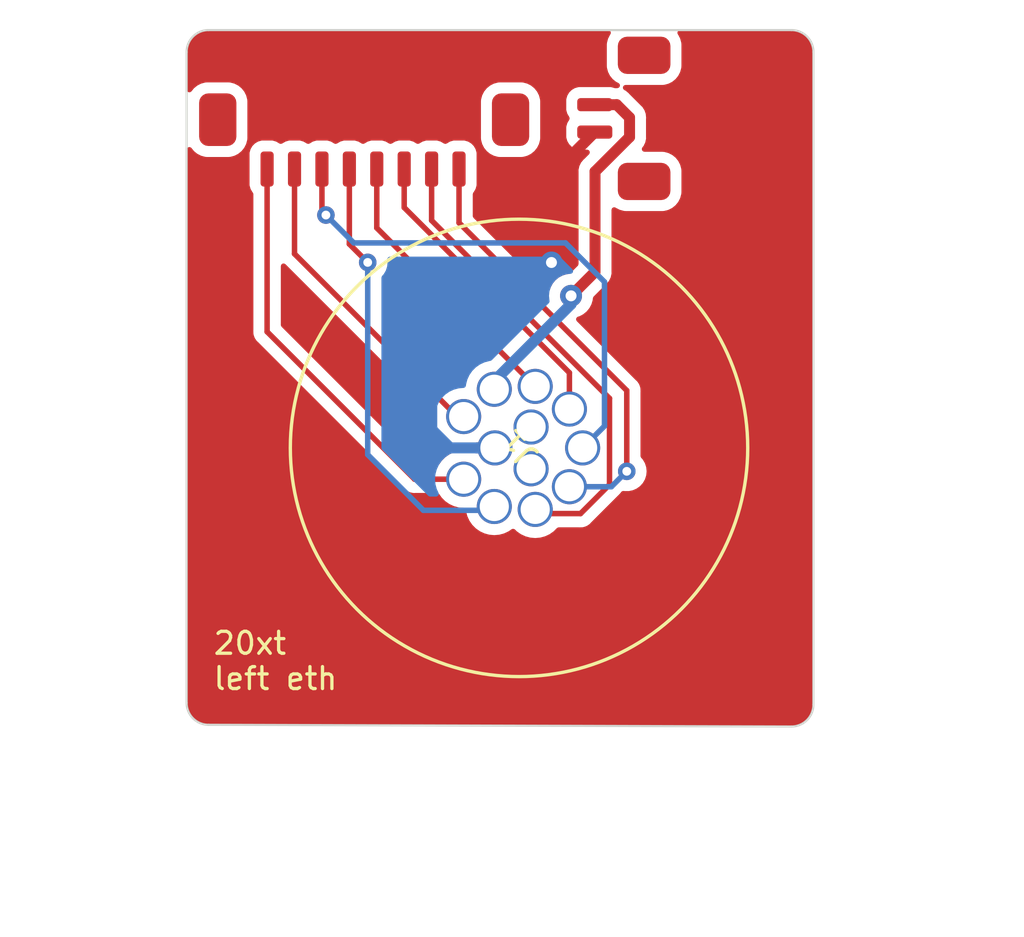
<source format=kicad_pcb>
(kicad_pcb (version 20221018) (generator pcbnew)
  (layers (0 "F.Cu" signal) (31 "B.Cu" signal) (34 "B.Paste" user) (35 "F.Paste" user) (36 "B.SilkS" user "B.Silkscreen") (37 "F.SilkS" user "F.Silkscreen") (38 "B.Mask" user) (39 "F.Mask" user) (44 "Edge.Cuts" user))
  (net 0 "")
  (net 1 "/Bl")
  (net 2 "Net-(Input1-Pad2)")
  (net 3 "Net-(Input1-Pad3)")
  (net 4 "Net-(Input1-Pad4)")
  (net 5 "Net-(Input1-Pad5)")
  (net 6 "Net-(Input1-Pad6)")
  (net 7 "Net-(Input1-Pad7)")
  (net 8 "/Red")
  (net 9 "Net-(J1-Pad9)")
  (net 10 "GND")
  (footprint "wireless_strain_gauge_v2:SMD_picoblade_hori_1x02" (layer "F.Cu") (at 186.2095 56.1295 -90)
    (fp_text reference "J2" hide)
    (fp_text value "53047-0210" hide)
    (pad "" smd roundrect (at 0.85 -3.05 270) (size 1.7 2.4) (layers "F.Cu" "F.Paste" "F.Mask"))
    (pad "" smd roundrect (at 6.6 -3.05 270) (size 1.7 2.4) (layers "F.Cu" "F.Paste" "F.Mask"))
    (pad "1" smd roundrect (at 4.35 -0.8 270) (size 0.6 1.6) (layers "F.Cu" "F.Paste" "F.Mask") (net 10 "GND"))
    (pad "2" smd roundrect (at 3.1 -0.8 270) (size 0.6 1.6) (layers "F.Cu" "F.Paste" "F.Mask") (net 9 "Net-(J1-Pad9)"))
  )
  (footprint "peripheralio:CONN_M12A-12PMMP-SF8001_AMP" (layer "F.Cu") (at 181.031928 73.449408 135)
    (fp_text reference "J1" (at -2.794528 0.774992 135 unlocked) (layer "F.SilkS"))
    (fp_text value "M12A-12PMMP-SF8001" hide)
    (fp_circle (center -2.794528 0.774992) (end 7.632172 0.774992) (stroke (width 0.1524)) (fill none) (layer "F.SilkS"))
    (pad "1" thru_hole circle (at 0 0 135) (size 1.6 1.6) (drill 1.33) (layers "*.Cu" "*.Mask") (net 7 "Net-(Input1-Pad7)"))
    (pad "2" thru_hole circle (at -2.019574 -2.019516 135) (size 1.6 1.6) (drill 1.33) (layers "*.Cu" "*.Mask") (net 8 "/Red"))
    (pad "3" thru_hole circle (at -3.886728 -1.911566 225) (size 1.6 1.6) (drill 1.33) (layers "*.Cu" "*.Mask") (net 5 "Net-(Input1-Pad5)"))
    (pad "4" thru_hole circle (at -5.29973 -0.686016 135) (size 1.6 1.6) (drill 1.33) (layers "*.Cu" "*.Mask") (net 2 "Net-(Input1-Pad2)"))
    (pad "5" thru_hole circle (at -5.67057 1.147356 135) (size 1.6 1.6) (drill 1.33) (layers "*.Cu" "*.Mask") (net 1 "/Bl"))
    (pad "6" thru_hole circle (at -4.84507 2.825534 135) (size 1.6 1.6) (drill 1.33) (layers "*.Cu" "*.Mask") (net 6 "Net-(Input1-Pad6)"))
    (pad "7" thru_hole circle (at -3.166892 3.651034 135) (size 1.6 1.6) (drill 1.33) (layers "*.Cu" "*.Mask") (net 3 "Net-(Input1-Pad3)"))
    (pad "8" thru_hole circle (at -1.33352 3.280194 135) (size 1.6 1.6) (drill 1.33) (layers "*.Cu" "*.Mask") (net 4 "Net-(Input1-Pad4)"))
    (pad "9" thru_hole circle (at -0.10797 1.867192 135) (size 1.6 1.6) (drill 1.33) (layers "*.Cu" "*.Mask") (net 9 "Net-(J1-Pad9)"))
    (pad "10" thru_hole circle (at -2.016712 -0.002824 135) (size 1.6 1.6) (drill 1.33) (layers "*.Cu" "*.Mask") (net 10 "GND"))
    (pad "11" thru_hole circle (at -3.857046 0.490291 345) (size 1.6 1.6) (drill 1.33) (layers "*.Cu" "*.Mask"))
    (pad "12" thru_hole circle (at -2.509827 1.83751 15) (size 1.6 1.6) (drill 1.33) (layers "*.Cu" "*.Mask"))
  )
  (footprint "peripheralio:SMD_picoblade_hori_1x08" (layer "F.Cu") (at 168.9705 62.9645)
    (fp_text reference "Input1" hide)
    (fp_text value "0530470810" hide)
    (pad "" smd roundrect (at 0.85 -3.05) (size 1.7 2.4) (layers "F.Cu" "F.Paste" "F.Mask"))
    (pad "" smd roundrect (at 14.2 -3.05) (size 1.7 2.4) (layers "F.Cu" "F.Paste" "F.Mask"))
    (pad "1" smd roundrect (at 11.85 -0.8) (size 0.6 1.6) (layers "F.Cu" "F.Paste" "F.Mask") (net 1 "/Bl"))
    (pad "2" smd roundrect (at 10.6 -0.8) (size 0.6 1.6) (layers "F.Cu" "F.Paste" "F.Mask") (net 2 "Net-(Input1-Pad2)"))
    (pad "3" smd roundrect (at 9.35 -0.8) (size 0.6 1.6) (layers "F.Cu" "F.Paste" "F.Mask") (net 3 "Net-(Input1-Pad3)"))
    (pad "4" smd roundrect (at 8.1 -0.8) (size 0.6 1.6) (layers "F.Cu" "F.Paste" "F.Mask") (net 4 "Net-(Input1-Pad4)"))
    (pad "5" smd roundrect (at 6.85 -0.8) (size 0.6 1.6) (layers "F.Cu" "F.Paste" "F.Mask") (net 5 "Net-(Input1-Pad5)"))
    (pad "6" smd roundrect (at 5.6 -0.8) (size 0.6 1.6) (layers "F.Cu" "F.Paste" "F.Mask") (net 6 "Net-(Input1-Pad6)"))
    (pad "7" smd roundrect (at 4.35 -0.8) (size 0.6 1.6) (layers "F.Cu" "F.Paste" "F.Mask") (net 7 "Net-(Input1-Pad7)"))
    (pad "8" smd roundrect (at 3.1 -0.8) (size 0.6 1.6) (layers "F.Cu" "F.Paste" "F.Mask") (net 8 "/Red"))
  )
  (gr_line (start 196.977 56.8292) (end 196.977 86.5792) (stroke (width 0.1)) (layer "Edge.Cuts"))
  (gr_arc (start 168.402 56.8292) (mid 168.694893 56.122093) (end 169.402 55.8292) (stroke (width 0.1)) (layer "Edge.Cuts"))
  (gr_line (start 169.402 55.8292) (end 195.977 55.8292) (stroke (width 0.1)) (layer "Edge.Cuts"))
  (gr_line (start 195.977 87.5792) (end 169.403842 87.501154) (stroke (width 0.1)) (layer "Edge.Cuts"))
  (gr_line (start 168.402 86.501156) (end 168.402 56.8292) (stroke (width 0.1)) (layer "Edge.Cuts"))
  (gr_arc (start 195.977 55.8292) (mid 196.684131 56.122069) (end 196.977 56.8292) (stroke (width 0.1)) (layer "Edge.Cuts"))
  (gr_arc (start 196.977 86.5792) (mid 196.684121 87.286321) (end 195.977 87.5792) (stroke (width 0.1)) (layer "Edge.Cuts"))
  (gr_arc (start 169.403842 87.501154) (mid 168.695561 87.208911) (end 168.402 86.501156) (stroke (width 0.1)) (layer "Edge.Cuts"))
  (gr_text "20xt\nleft eth" (at 169.545 85.979) (layer "F.SilkS") (effects (font (size 1 1)) (justify left bottom)))
  (segment (start 180.8205 64.6155) (end 188.468 72.263) (width 0.25) (layer "F.Cu") (net 1))
  (segment (start 180.8205 62.1645) (end 180.8205 64.6155) (width 0.25) (layer "F.Cu") (net 1))
  (segment (start 188.468 72.263) (end 188.468 75.946) (width 0.25) (layer "F.Cu") (net 1))
  (via (at 188.468 75.946) (size 0.8) (drill 0.4) (layers "F.Cu" "B.Cu") (net 1))
  (segment (start 188.468 75.946) (end 187.766197 76.647803) (width 0.25) (layer "B.Cu") (net 1))
  (segment (start 187.766197 76.647803) (end 185.85293 76.647803) (width 0.25) (layer "B.Cu") (net 1))
  (segment (start 186.360342 77.872803) (end 184.485149 77.872803) (width 0.25) (layer "F.Cu") (net 2))
  (segment (start 179.5705 62.1645) (end 179.5705 64.5085) (width 0.25) (layer "F.Cu") (net 2))
  (segment (start 179.5705 64.5085) (end 187.680864 72.618864) (width 0.25) (layer "F.Cu") (net 2))
  (segment (start 187.680864 72.618864) (end 187.680864 76.552281) (width 0.25) (layer "F.Cu") (net 2))
  (segment (start 187.680864 76.552281) (end 186.360342 77.872803) (width 0.25) (layer "F.Cu") (net 2))
  (segment (start 184.485149 77.872803) (end 184.294316 77.68197) (width 0.25) (layer "F.Cu") (net 2))
  (segment (start 178.3205 62.1645) (end 178.3205 63.9189) (width 0.25) (layer "F.Cu") (net 3))
  (segment (start 185.85293 71.45133) (end 185.85293 73.107068) (width 0.25) (layer "F.Cu") (net 3))
  (segment (start 178.3205 63.9189) (end 185.85293 71.45133) (width 0.25) (layer "F.Cu") (net 3))
  (segment (start 177.0705 64.849086) (end 184.294316 72.072902) (width 0.25) (layer "F.Cu") (net 4))
  (segment (start 177.0705 62.1645) (end 177.0705 64.849086) (width 0.25) (layer "F.Cu") (net 4))
  (segment (start 175.8205 62.1645) (end 175.8205 65.5845) (width 0.25) (layer "F.Cu") (net 5))
  (segment (start 175.8205 65.5845) (end 176.657 66.421) (width 0.25) (layer "F.Cu") (net 5))
  (via (at 176.657 66.421) (size 0.8) (drill 0.4) (layers "F.Cu" "B.Cu") (net 5))
  (segment (start 176.657 66.421) (end 176.657 75.184) (width 0.25) (layer "B.Cu") (net 5))
  (segment (start 179.197 77.724) (end 182.253999 77.724) (width 0.25) (layer "B.Cu") (net 5))
  (segment (start 182.253999 77.724) (end 182.428578 77.549421) (width 0.25) (layer "B.Cu") (net 5))
  (segment (start 176.657 75.184) (end 179.197 77.724) (width 0.25) (layer "B.Cu") (net 5))
  (segment (start 174.5705 62.1645) (end 174.5705 64.0805) (width 0.25) (layer "F.Cu") (net 6))
  (segment (start 174.5705 64.0805) (end 174.752 64.262) (width 0.25) (layer "F.Cu") (net 6))
  (via (at 174.752 64.262) (size 0.8) (drill 0.4) (layers "F.Cu" "B.Cu") (net 6))
  (segment (start 174.752 64.262) (end 176.022 65.532) (width 0.25) (layer "B.Cu") (net 6))
  (segment (start 185.674 65.532) (end 187.452 67.31) (width 0.25) (layer "B.Cu") (net 6))
  (segment (start 187.452 67.31) (end 187.452 73.8813) (width 0.25) (layer "B.Cu") (net 6))
  (segment (start 176.022 65.532) (end 185.674 65.532) (width 0.25) (layer "B.Cu") (net 6))
  (segment (start 187.452 73.8813) (end 186.455864 74.877436) (width 0.25) (layer "B.Cu") (net 6))
  (segment (start 180.631791 73.342191) (end 181.418536 73.342191) (width 0.25) (layer "F.Cu") (net 7))
  (segment (start 173.3205 66.0309) (end 180.631791 73.342191) (width 0.25) (layer "F.Cu") (net 7))
  (segment (start 173.3205 62.1645) (end 173.3205 66.0309) (width 0.25) (layer "F.Cu") (net 7))
  (segment (start 172.0705 62.1645) (end 172.0705 69.5815) (width 0.25) (layer "F.Cu") (net 8))
  (segment (start 178.794476 76.305476) (end 181.031969 76.305476) (width 0.25) (layer "F.Cu") (net 8))
  (segment (start 172.0705 69.5815) (end 178.794476 76.305476) (width 0.25) (layer "F.Cu") (net 8))
  (segment (start 188.595 59.817) (end 188.0075 59.2295) (width 0.5) (layer "F.Cu") (net 9))
  (segment (start 187.231251 59.2295) (end 187.0095 59.2295) (width 0.25) (layer "F.Cu") (net 9))
  (segment (start 187.020896 62.280104) (end 188.595 60.706) (width 0.5) (layer "F.Cu") (net 9))
  (segment (start 185.928 67.945) (end 187.020896 66.852104) (width 0.5) (layer "F.Cu") (net 9))
  (segment (start 188.595 60.706) (end 188.595 59.817) (width 0.5) (layer "F.Cu") (net 9))
  (segment (start 187.020896 66.852104) (end 187.020896 62.280104) (width 0.5) (layer "F.Cu") (net 9))
  (segment (start 188.0075 59.2295) (end 187.231251 59.2295) (width 0.5) (layer "F.Cu") (net 9))
  (via (at 185.928 67.945) (size 1) (drill 0.5) (layers "F.Cu" "B.Cu") (net 9))
  (segment (start 185.928 68.326) (end 185.928 67.945) (width 0.5) (layer "B.Cu") (net 9))
  (segment (start 182.428578 72.20545) (end 182.428578 71.825422) (width 0.5) (layer "B.Cu") (net 9))
  (segment (start 182.428578 71.825422) (end 185.928 68.326) (width 0.5) (layer "B.Cu") (net 9))
  (segment (start 185.293 66.167) (end 185.293 62.196) (width 0.5) (layer "F.Cu") (net 10))
  (segment (start 185.034701 66.425299) (end 185.293 66.167) (width 0.5) (layer "F.Cu") (net 10))
  (segment (start 185.293 62.196) (end 187.0095 60.4795) (width 0.5) (layer "F.Cu") (net 10))
  (via (at 185.034701 66.425299) (size 1) (drill 0.5) (layers "F.Cu" "B.Cu") (net 10))
  (segment (start 185.034701 66.425299) (end 179.578 71.882) (width 0.5) (layer "B.Cu") (net 10))
  (segment (start 179.578 71.882) (end 179.578 74.041) (width 0.5) (layer "B.Cu") (net 10))
  (segment (start 180.414436 74.877436) (end 182.455962 74.877436) (width 0.5) (layer "B.Cu") (net 10))
  (segment (start 179.578 74.041) (end 180.414436 74.877436) (width 0.5) (layer "B.Cu") (net 10))
  (zone (net 10) (net_name "GND") (layers "F&B.Cu") (connect_pads (clearance 0.5)) (min_thickness 0.25) (fill yes (thermal_gap 0.5) (thermal_bridge_width 0.5))
    (polygon (pts (xy 166.8526 55.0672) (xy 206.5782 54.4576) (xy 205.359 86.868) (xy 191.8462 97.1804) (xy 159.893 86.7664)))
  )
)
</source>
